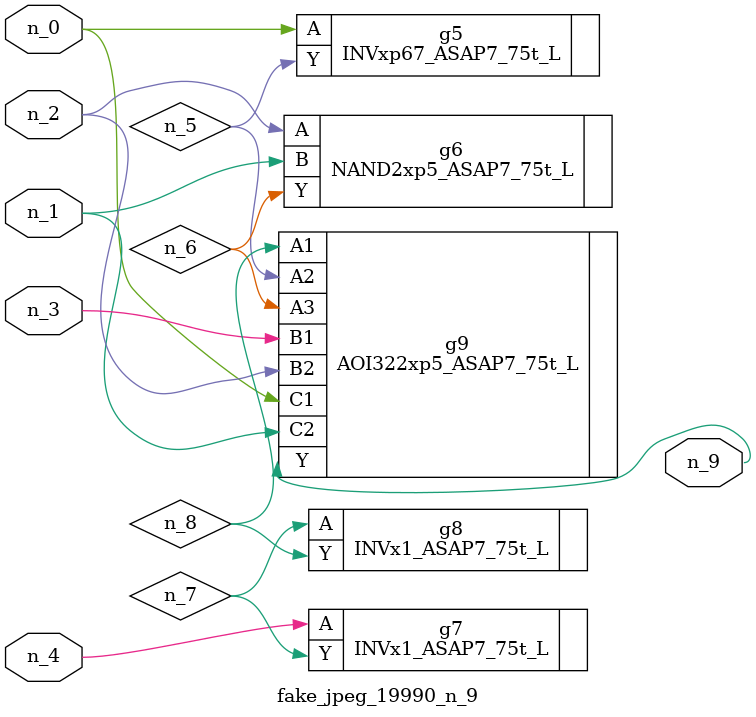
<source format=v>
module fake_jpeg_19990_n_9 (n_3, n_2, n_1, n_0, n_4, n_9);

input n_3;
input n_2;
input n_1;
input n_0;
input n_4;

output n_9;

wire n_8;
wire n_6;
wire n_5;
wire n_7;

INVxp67_ASAP7_75t_L g5 ( 
.A(n_0),
.Y(n_5)
);

NAND2xp5_ASAP7_75t_L g6 ( 
.A(n_2),
.B(n_1),
.Y(n_6)
);

INVx1_ASAP7_75t_L g7 ( 
.A(n_4),
.Y(n_7)
);

INVx1_ASAP7_75t_L g8 ( 
.A(n_7),
.Y(n_8)
);

AOI322xp5_ASAP7_75t_L g9 ( 
.A1(n_8),
.A2(n_5),
.A3(n_6),
.B1(n_3),
.B2(n_2),
.C1(n_0),
.C2(n_1),
.Y(n_9)
);


endmodule
</source>
